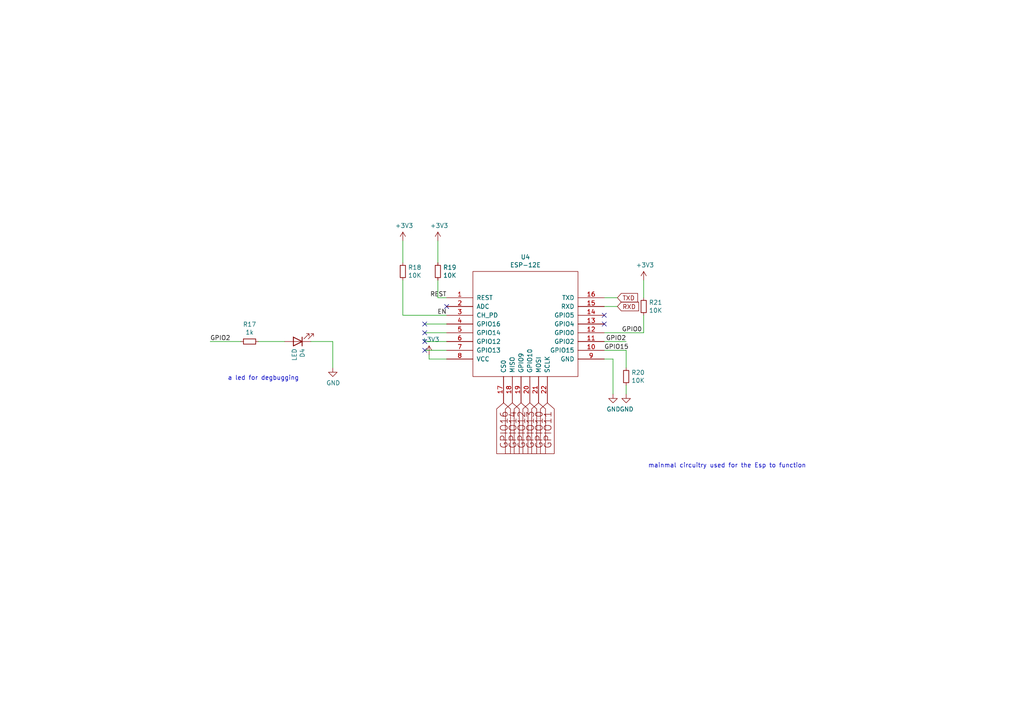
<source format=kicad_sch>
(kicad_sch (version 20211123) (generator eeschema)

  (uuid e656e412-e070-4bae-8d44-fd574b3675ba)

  (paper "A4")

  (title_block
    (title "MAINcontroller ")
  )

  (lib_symbols
    (symbol "Device:LED" (pin_numbers hide) (pin_names (offset 1.016) hide) (in_bom yes) (on_board yes)
      (property "Reference" "D" (id 0) (at 0 2.54 0)
        (effects (font (size 1.27 1.27)))
      )
      (property "Value" "LED" (id 1) (at 0 -2.54 0)
        (effects (font (size 1.27 1.27)))
      )
      (property "Footprint" "" (id 2) (at 0 0 0)
        (effects (font (size 1.27 1.27)) hide)
      )
      (property "Datasheet" "~" (id 3) (at 0 0 0)
        (effects (font (size 1.27 1.27)) hide)
      )
      (property "ki_keywords" "LED diode" (id 4) (at 0 0 0)
        (effects (font (size 1.27 1.27)) hide)
      )
      (property "ki_description" "Light emitting diode" (id 5) (at 0 0 0)
        (effects (font (size 1.27 1.27)) hide)
      )
      (property "ki_fp_filters" "LED* LED_SMD:* LED_THT:*" (id 6) (at 0 0 0)
        (effects (font (size 1.27 1.27)) hide)
      )
      (symbol "LED_0_1"
        (polyline
          (pts
            (xy -1.27 -1.27)
            (xy -1.27 1.27)
          )
          (stroke (width 0.254) (type default) (color 0 0 0 0))
          (fill (type none))
        )
        (polyline
          (pts
            (xy -1.27 0)
            (xy 1.27 0)
          )
          (stroke (width 0) (type default) (color 0 0 0 0))
          (fill (type none))
        )
        (polyline
          (pts
            (xy 1.27 -1.27)
            (xy 1.27 1.27)
            (xy -1.27 0)
            (xy 1.27 -1.27)
          )
          (stroke (width 0.254) (type default) (color 0 0 0 0))
          (fill (type none))
        )
        (polyline
          (pts
            (xy -3.048 -0.762)
            (xy -4.572 -2.286)
            (xy -3.81 -2.286)
            (xy -4.572 -2.286)
            (xy -4.572 -1.524)
          )
          (stroke (width 0) (type default) (color 0 0 0 0))
          (fill (type none))
        )
        (polyline
          (pts
            (xy -1.778 -0.762)
            (xy -3.302 -2.286)
            (xy -2.54 -2.286)
            (xy -3.302 -2.286)
            (xy -3.302 -1.524)
          )
          (stroke (width 0) (type default) (color 0 0 0 0))
          (fill (type none))
        )
      )
      (symbol "LED_1_1"
        (pin passive line (at -3.81 0 0) (length 2.54)
          (name "K" (effects (font (size 1.27 1.27))))
          (number "1" (effects (font (size 1.27 1.27))))
        )
        (pin passive line (at 3.81 0 180) (length 2.54)
          (name "A" (effects (font (size 1.27 1.27))))
          (number "2" (effects (font (size 1.27 1.27))))
        )
      )
    )
    (symbol "Device:R_Small" (pin_numbers hide) (pin_names (offset 0.254) hide) (in_bom yes) (on_board yes)
      (property "Reference" "R" (id 0) (at 0.762 0.508 0)
        (effects (font (size 1.27 1.27)) (justify left))
      )
      (property "Value" "R_Small" (id 1) (at 0.762 -1.016 0)
        (effects (font (size 1.27 1.27)) (justify left))
      )
      (property "Footprint" "" (id 2) (at 0 0 0)
        (effects (font (size 1.27 1.27)) hide)
      )
      (property "Datasheet" "~" (id 3) (at 0 0 0)
        (effects (font (size 1.27 1.27)) hide)
      )
      (property "ki_keywords" "R resistor" (id 4) (at 0 0 0)
        (effects (font (size 1.27 1.27)) hide)
      )
      (property "ki_description" "Resistor, small symbol" (id 5) (at 0 0 0)
        (effects (font (size 1.27 1.27)) hide)
      )
      (property "ki_fp_filters" "R_*" (id 6) (at 0 0 0)
        (effects (font (size 1.27 1.27)) hide)
      )
      (symbol "R_Small_0_1"
        (rectangle (start -0.762 1.778) (end 0.762 -1.778)
          (stroke (width 0.2032) (type default) (color 0 0 0 0))
          (fill (type none))
        )
      )
      (symbol "R_Small_1_1"
        (pin passive line (at 0 2.54 270) (length 0.762)
          (name "~" (effects (font (size 1.27 1.27))))
          (number "1" (effects (font (size 1.27 1.27))))
        )
        (pin passive line (at 0 -2.54 90) (length 0.762)
          (name "~" (effects (font (size 1.27 1.27))))
          (number "2" (effects (font (size 1.27 1.27))))
        )
      )
    )
    (symbol "iot-master-rescue:+3.3V-power" (power) (pin_names (offset 0)) (in_bom yes) (on_board yes)
      (property "Reference" "#PWR" (id 0) (at 0 -3.81 0)
        (effects (font (size 1.27 1.27)) hide)
      )
      (property "Value" "+3.3V-power" (id 1) (at 0 3.556 0)
        (effects (font (size 1.27 1.27)))
      )
      (property "Footprint" "" (id 2) (at 0 0 0)
        (effects (font (size 1.27 1.27)) hide)
      )
      (property "Datasheet" "" (id 3) (at 0 0 0)
        (effects (font (size 1.27 1.27)) hide)
      )
      (symbol "+3.3V-power_0_1"
        (polyline
          (pts
            (xy -0.762 1.27)
            (xy 0 2.54)
          )
          (stroke (width 0) (type default) (color 0 0 0 0))
          (fill (type none))
        )
        (polyline
          (pts
            (xy 0 0)
            (xy 0 2.54)
          )
          (stroke (width 0) (type default) (color 0 0 0 0))
          (fill (type none))
        )
        (polyline
          (pts
            (xy 0 2.54)
            (xy 0.762 1.27)
          )
          (stroke (width 0) (type default) (color 0 0 0 0))
          (fill (type none))
        )
      )
      (symbol "+3.3V-power_1_1"
        (pin power_in line (at 0 0 90) (length 0) hide
          (name "+3V3" (effects (font (size 1.27 1.27))))
          (number "1" (effects (font (size 1.27 1.27))))
        )
      )
    )
    (symbol "iot-master-rescue:ESP-12E-ESP8266" (pin_names (offset 1.016)) (in_bom yes) (on_board yes)
      (property "Reference" "U" (id 0) (at 0 -2.54 0)
        (effects (font (size 1.27 1.27)))
      )
      (property "Value" "ESP-12E-ESP8266" (id 1) (at 0 2.54 0)
        (effects (font (size 1.27 1.27)))
      )
      (property "Footprint" "" (id 2) (at 0 0 0)
        (effects (font (size 1.27 1.27)) hide)
      )
      (property "Datasheet" "" (id 3) (at 0 0 0)
        (effects (font (size 1.27 1.27)) hide)
      )
      (property "ki_fp_filters" "ESP-12E ESP-12E_SMD" (id 4) (at 0 0 0)
        (effects (font (size 1.27 1.27)) hide)
      )
      (symbol "ESP-12E-ESP8266_1_0"
        (rectangle (start -15.24 -15.24) (end 15.24 15.24)
          (stroke (width 0) (type default) (color 0 0 0 0))
          (fill (type none))
        )
      )
      (symbol "ESP-12E-ESP8266_1_1"
        (pin input line (at -22.86 7.62 0) (length 7.62)
          (name "REST" (effects (font (size 1.27 1.27))))
          (number "1" (effects (font (size 1.27 1.27))))
        )
        (pin bidirectional line (at 22.86 -7.62 180) (length 7.62)
          (name "GPIO15" (effects (font (size 1.27 1.27))))
          (number "10" (effects (font (size 1.27 1.27))))
        )
        (pin bidirectional line (at 22.86 -5.08 180) (length 7.62)
          (name "GPIO2" (effects (font (size 1.27 1.27))))
          (number "11" (effects (font (size 1.27 1.27))))
        )
        (pin bidirectional line (at 22.86 -2.54 180) (length 7.62)
          (name "GPIO0" (effects (font (size 1.27 1.27))))
          (number "12" (effects (font (size 1.27 1.27))))
        )
        (pin bidirectional line (at 22.86 0 180) (length 7.62)
          (name "GPIO4" (effects (font (size 1.27 1.27))))
          (number "13" (effects (font (size 1.27 1.27))))
        )
        (pin bidirectional line (at 22.86 2.54 180) (length 7.62)
          (name "GPIO5" (effects (font (size 1.27 1.27))))
          (number "14" (effects (font (size 1.27 1.27))))
        )
        (pin input line (at 22.86 5.08 180) (length 7.62)
          (name "RXD" (effects (font (size 1.27 1.27))))
          (number "15" (effects (font (size 1.27 1.27))))
        )
        (pin output line (at 22.86 7.62 180) (length 7.62)
          (name "TXD" (effects (font (size 1.27 1.27))))
          (number "16" (effects (font (size 1.27 1.27))))
        )
        (pin bidirectional line (at -6.35 -22.86 90) (length 7.62)
          (name "CS0" (effects (font (size 1.27 1.27))))
          (number "17" (effects (font (size 1.27 1.27))))
        )
        (pin bidirectional line (at -3.81 -22.86 90) (length 7.62)
          (name "MISO" (effects (font (size 1.27 1.27))))
          (number "18" (effects (font (size 1.27 1.27))))
        )
        (pin bidirectional line (at -1.27 -22.86 90) (length 7.62)
          (name "GPIO9" (effects (font (size 1.27 1.27))))
          (number "19" (effects (font (size 1.27 1.27))))
        )
        (pin passive line (at -22.86 5.08 0) (length 7.62)
          (name "ADC" (effects (font (size 1.27 1.27))))
          (number "2" (effects (font (size 1.27 1.27))))
        )
        (pin bidirectional line (at 1.27 -22.86 90) (length 7.62)
          (name "GPIO10" (effects (font (size 1.27 1.27))))
          (number "20" (effects (font (size 1.27 1.27))))
        )
        (pin bidirectional line (at 3.81 -22.86 90) (length 7.62)
          (name "MOSI" (effects (font (size 1.27 1.27))))
          (number "21" (effects (font (size 1.27 1.27))))
        )
        (pin bidirectional line (at 6.35 -22.86 90) (length 7.62)
          (name "SCLK" (effects (font (size 1.27 1.27))))
          (number "22" (effects (font (size 1.27 1.27))))
        )
        (pin input line (at -22.86 2.54 0) (length 7.62)
          (name "CH_PD" (effects (font (size 1.27 1.27))))
          (number "3" (effects (font (size 1.27 1.27))))
        )
        (pin bidirectional line (at -22.86 0 0) (length 7.62)
          (name "GPIO16" (effects (font (size 1.27 1.27))))
          (number "4" (effects (font (size 1.27 1.27))))
        )
        (pin bidirectional line (at -22.86 -2.54 0) (length 7.62)
          (name "GPIO14" (effects (font (size 1.27 1.27))))
          (number "5" (effects (font (size 1.27 1.27))))
        )
        (pin bidirectional line (at -22.86 -5.08 0) (length 7.62)
          (name "GPIO12" (effects (font (size 1.27 1.27))))
          (number "6" (effects (font (size 1.27 1.27))))
        )
        (pin bidirectional line (at -22.86 -7.62 0) (length 7.62)
          (name "GPIO13" (effects (font (size 1.27 1.27))))
          (number "7" (effects (font (size 1.27 1.27))))
        )
        (pin power_in line (at -22.86 -10.16 0) (length 7.62)
          (name "VCC" (effects (font (size 1.27 1.27))))
          (number "8" (effects (font (size 1.27 1.27))))
        )
        (pin power_in line (at 22.86 -10.16 180) (length 7.62)
          (name "GND" (effects (font (size 1.27 1.27))))
          (number "9" (effects (font (size 1.27 1.27))))
        )
      )
    )
    (symbol "power:GND" (power) (pin_names (offset 0)) (in_bom yes) (on_board yes)
      (property "Reference" "#PWR" (id 0) (at 0 -6.35 0)
        (effects (font (size 1.27 1.27)) hide)
      )
      (property "Value" "GND" (id 1) (at 0 -3.81 0)
        (effects (font (size 1.27 1.27)))
      )
      (property "Footprint" "" (id 2) (at 0 0 0)
        (effects (font (size 1.27 1.27)) hide)
      )
      (property "Datasheet" "" (id 3) (at 0 0 0)
        (effects (font (size 1.27 1.27)) hide)
      )
      (property "ki_keywords" "power-flag" (id 4) (at 0 0 0)
        (effects (font (size 1.27 1.27)) hide)
      )
      (property "ki_description" "Power symbol creates a global label with name \"GND\" , ground" (id 5) (at 0 0 0)
        (effects (font (size 1.27 1.27)) hide)
      )
      (symbol "GND_0_1"
        (polyline
          (pts
            (xy 0 0)
            (xy 0 -1.27)
            (xy 1.27 -1.27)
            (xy 0 -2.54)
            (xy -1.27 -1.27)
            (xy 0 -1.27)
          )
          (stroke (width 0) (type default) (color 0 0 0 0))
          (fill (type none))
        )
      )
      (symbol "GND_1_1"
        (pin power_in line (at 0 0 270) (length 0) hide
          (name "GND" (effects (font (size 1.27 1.27))))
          (number "1" (effects (font (size 1.27 1.27))))
        )
      )
    )
  )


  (no_connect (at 175.26 91.44) (uuid cd920100-1f59-44e6-8cba-4f7a9b43ccdc))
  (no_connect (at 175.26 93.98) (uuid cd920100-1f59-44e6-8cba-4f7a9b43ccdd))
  (no_connect (at 123.19 99.06) (uuid cd920100-1f59-44e6-8cba-4f7a9b43ccde))
  (no_connect (at 123.19 101.6) (uuid cd920100-1f59-44e6-8cba-4f7a9b43ccdf))
  (no_connect (at 123.19 93.98) (uuid cd920100-1f59-44e6-8cba-4f7a9b43cce0))
  (no_connect (at 123.19 96.52) (uuid cd920100-1f59-44e6-8cba-4f7a9b43cce1))
  (no_connect (at 129.54 88.9) (uuid d02c32aa-fa8f-4bf4-b4dc-79cddd39b886))

  (wire (pts (xy 186.69 96.52) (xy 186.69 91.44))
    (stroke (width 0) (type default) (color 0 0 0 0))
    (uuid 0f074bab-21bc-43da-83fb-991bbf6961dc)
  )
  (wire (pts (xy 175.26 88.9) (xy 179.07 88.9))
    (stroke (width 0) (type default) (color 0 0 0 0))
    (uuid 1b70905f-4460-4511-939d-c1238144b471)
  )
  (wire (pts (xy 60.96 99.06) (xy 69.85 99.06))
    (stroke (width 0) (type default) (color 0 0 0 0))
    (uuid 20e107b2-2fba-468a-968d-f147980bb65b)
  )
  (wire (pts (xy 127 69.85) (xy 127 76.2))
    (stroke (width 0) (type default) (color 0 0 0 0))
    (uuid 22d06e7f-de75-4071-9b2c-8129b9603626)
  )
  (wire (pts (xy 181.61 111.76) (xy 181.61 114.3))
    (stroke (width 0) (type default) (color 0 0 0 0))
    (uuid 255d46a8-610c-486b-ac6b-f30d13b834b9)
  )
  (wire (pts (xy 181.61 101.6) (xy 181.61 106.68))
    (stroke (width 0) (type default) (color 0 0 0 0))
    (uuid 2b618643-1954-4e1f-9d52-255ba92b6062)
  )
  (wire (pts (xy 177.8 104.14) (xy 177.8 114.3))
    (stroke (width 0) (type default) (color 0 0 0 0))
    (uuid 2df1abaf-2764-455e-859e-83296fe56a74)
  )
  (wire (pts (xy 129.54 99.06) (xy 123.19 99.06))
    (stroke (width 0) (type default) (color 0 0 0 0))
    (uuid 3e8ec703-4702-4e73-a5cb-51952618f39c)
  )
  (wire (pts (xy 96.52 99.06) (xy 96.52 106.68))
    (stroke (width 0) (type default) (color 0 0 0 0))
    (uuid 48d47be6-a76b-4b7b-a16b-fdaf3eb69508)
  )
  (wire (pts (xy 116.84 76.2) (xy 116.84 69.85))
    (stroke (width 0) (type default) (color 0 0 0 0))
    (uuid 560c31c5-0dff-4e62-bdac-0c4b87deb85d)
  )
  (wire (pts (xy 175.26 99.06) (xy 181.61 99.06))
    (stroke (width 0) (type default) (color 0 0 0 0))
    (uuid 5c18db10-c1de-4d49-a64c-28e6870b4ace)
  )
  (wire (pts (xy 123.19 101.6) (xy 129.54 101.6))
    (stroke (width 0) (type default) (color 0 0 0 0))
    (uuid 632f24f3-6ba2-455f-9337-6c03dd3c9fcb)
  )
  (wire (pts (xy 74.93 99.06) (xy 82.55 99.06))
    (stroke (width 0) (type default) (color 0 0 0 0))
    (uuid 66e6bbfa-a924-4d11-a6ed-88b32ac57744)
  )
  (wire (pts (xy 175.26 96.52) (xy 186.69 96.52))
    (stroke (width 0) (type default) (color 0 0 0 0))
    (uuid 7c6456ab-d357-49be-89fb-e3d9f7b17407)
  )
  (wire (pts (xy 124.46 104.14) (xy 124.46 102.87))
    (stroke (width 0) (type default) (color 0 0 0 0))
    (uuid 82c67206-0542-471f-ad5d-57588147ac53)
  )
  (wire (pts (xy 129.54 91.44) (xy 116.84 91.44))
    (stroke (width 0) (type default) (color 0 0 0 0))
    (uuid 844172ee-f24f-49ae-a29d-8604e609ce96)
  )
  (wire (pts (xy 186.69 86.36) (xy 186.69 81.28))
    (stroke (width 0) (type default) (color 0 0 0 0))
    (uuid 913d2014-ec93-4f4e-8973-c4ddd3ff96db)
  )
  (wire (pts (xy 90.17 99.06) (xy 96.52 99.06))
    (stroke (width 0) (type default) (color 0 0 0 0))
    (uuid 99d91f80-5100-48d4-8807-b4ee0327dfb0)
  )
  (wire (pts (xy 175.26 104.14) (xy 177.8 104.14))
    (stroke (width 0) (type default) (color 0 0 0 0))
    (uuid ab616b05-7fb4-4645-b6de-bc718756305d)
  )
  (wire (pts (xy 175.26 86.36) (xy 179.07 86.36))
    (stroke (width 0) (type default) (color 0 0 0 0))
    (uuid ba413514-f86c-44a6-a8d8-7fa3c51e50ed)
  )
  (wire (pts (xy 129.54 86.36) (xy 127 86.36))
    (stroke (width 0) (type default) (color 0 0 0 0))
    (uuid bd993a3a-13bd-4b63-9fdd-aac63de23e5c)
  )
  (wire (pts (xy 129.54 96.52) (xy 123.19 96.52))
    (stroke (width 0) (type default) (color 0 0 0 0))
    (uuid bec9ddf1-e5a3-411e-bc99-dcf664059b29)
  )
  (wire (pts (xy 129.54 93.98) (xy 123.19 93.98))
    (stroke (width 0) (type default) (color 0 0 0 0))
    (uuid c7cb8c41-a11b-4033-a737-283cbcff4a95)
  )
  (wire (pts (xy 129.54 104.14) (xy 124.46 104.14))
    (stroke (width 0) (type default) (color 0 0 0 0))
    (uuid ca5e403c-eef6-49b5-92d8-dedf1f5efe4c)
  )
  (wire (pts (xy 127 86.36) (xy 127 81.28))
    (stroke (width 0) (type default) (color 0 0 0 0))
    (uuid e3bacd83-a0c0-4fed-8c4f-d67f54166707)
  )
  (wire (pts (xy 175.26 101.6) (xy 181.61 101.6))
    (stroke (width 0) (type default) (color 0 0 0 0))
    (uuid e7f890d8-0235-45dd-a23a-67e83785569a)
  )
  (wire (pts (xy 116.84 91.44) (xy 116.84 81.28))
    (stroke (width 0) (type default) (color 0 0 0 0))
    (uuid fcc59c52-1cfe-47fd-a316-94bffce8e85b)
  )

  (text "a led for degbugging" (at 66.04 110.49 0)
    (effects (font (size 1.27 1.27)) (justify left bottom))
    (uuid 2bccb0bd-7580-48e1-ad26-da9a4900a511)
  )
  (text "mainmal circuitry used for the Esp to function\n" (at 187.96 135.89 0)
    (effects (font (size 1.27 1.27)) (justify left bottom))
    (uuid 6be6269a-1849-472a-bf19-e65792cc3d22)
  )

  (label "GPIO2" (at 60.96 99.06 0)
    (effects (font (size 1.27 1.27)) (justify left bottom))
    (uuid 31848ce8-c942-41d7-b975-6fe5835f991c)
  )
  (label "GPIO0" (at 180.34 96.52 0)
    (effects (font (size 1.27 1.27)) (justify left bottom))
    (uuid 4faf36bd-afb9-46ba-b810-60d0611614cf)
  )
  (label "GPIO15" (at 175.26 101.6 0)
    (effects (font (size 1.27 1.27)) (justify left bottom))
    (uuid 69b35fc4-24c6-4e8b-9416-f9e4d6ffe959)
  )
  (label "REST" (at 129.54 86.36 180)
    (effects (font (size 1.27 1.27)) (justify right bottom))
    (uuid 82fb4a88-6e88-452a-a25f-1495a3f61728)
  )
  (label "EN" (at 129.54 91.44 180)
    (effects (font (size 1.27 1.27)) (justify right bottom))
    (uuid 950b5fb2-f063-4edd-b76d-b15cd4819097)
  )
  (label "GPIO2" (at 181.61 99.06 180)
    (effects (font (size 1.27 1.27)) (justify right bottom))
    (uuid e88b78e8-a294-4be3-b51d-0c0c52e4b2eb)
  )

  (global_label "GPIO14" (shape input) (at 148.59 116.84 270) (fields_autoplaced)
    (effects (font (size 2.0066 2.0066)) (justify right))
    (uuid 044bd698-1a98-4809-9166-afeac9d997a9)
    (property "Intersheet References" "${INTERSHEET_REFS}" (id 0) (at 0 0 0)
      (effects (font (size 1.27 1.27)) hide)
    )
  )
  (global_label "GPIO12" (shape input) (at 151.13 116.84 270) (fields_autoplaced)
    (effects (font (size 2.0066 2.0066)) (justify right))
    (uuid 15c7117a-b493-4295-bfeb-3fd9464cd5d8)
    (property "Intersheet References" "${INTERSHEET_REFS}" (id 0) (at 0 0 0)
      (effects (font (size 1.27 1.27)) hide)
    )
  )
  (global_label "GPIO10" (shape input) (at 156.21 116.84 270) (fields_autoplaced)
    (effects (font (size 2.0066 2.0066)) (justify right))
    (uuid 5b7e1b09-8e9f-4516-a247-b344c31adea3)
    (property "Intersheet References" "${INTERSHEET_REFS}" (id 0) (at 0 0 0)
      (effects (font (size 1.27 1.27)) hide)
    )
  )
  (global_label "GPIO13" (shape input) (at 153.67 116.84 270) (fields_autoplaced)
    (effects (font (size 2.0066 2.0066)) (justify right))
    (uuid 67025c7c-2a60-477f-b94b-5cc7fece0ce4)
    (property "Intersheet References" "${INTERSHEET_REFS}" (id 0) (at 0 0 0)
      (effects (font (size 1.27 1.27)) hide)
    )
  )
  (global_label "TXD" (shape input) (at 179.07 86.36 0) (fields_autoplaced)
    (effects (font (size 1.27 1.27)) (justify left))
    (uuid 90c8c5f4-f7a2-43a5-b08e-946c04c3ebd6)
    (property "Intersheet References" "${INTERSHEET_REFS}" (id 0) (at 0 0 0)
      (effects (font (size 1.27 1.27)) hide)
    )
  )
  (global_label "GPIO11" (shape input) (at 158.75 116.84 270) (fields_autoplaced)
    (effects (font (size 2.0066 2.0066)) (justify right))
    (uuid b43c6f1b-d6ac-4632-ac29-d30a8b233f33)
    (property "Intersheet References" "${INTERSHEET_REFS}" (id 0) (at 0 0 0)
      (effects (font (size 1.27 1.27)) hide)
    )
  )
  (global_label "GPIO16" (shape input) (at 146.05 116.84 270) (fields_autoplaced)
    (effects (font (size 2.0066 2.0066)) (justify right))
    (uuid b6dd5f81-526f-418a-a3f3-171d1f210523)
    (property "Intersheet References" "${INTERSHEET_REFS}" (id 0) (at 0 0 0)
      (effects (font (size 1.27 1.27)) hide)
    )
  )
  (global_label "RXD" (shape input) (at 179.07 88.9 0) (fields_autoplaced)
    (effects (font (size 1.27 1.27)) (justify left))
    (uuid d4c56009-7463-49df-8d99-3997009c1268)
    (property "Intersheet References" "${INTERSHEET_REFS}" (id 0) (at 0 0 0)
      (effects (font (size 1.27 1.27)) hide)
    )
  )

  (symbol (lib_id "iot-master-rescue:+3.3V-power") (at 124.46 102.87 0) (unit 1)
    (in_bom yes) (on_board yes)
    (uuid 00000000-0000-0000-0000-000062e91acb)
    (property "Reference" "#PWR0130" (id 0) (at 124.46 106.68 0)
      (effects (font (size 1.27 1.27)) hide)
    )
    (property "Value" "+3.3V" (id 1) (at 124.841 98.4758 0))
    (property "Footprint" "" (id 2) (at 124.46 102.87 0)
      (effects (font (size 1.27 1.27)) hide)
    )
    (property "Datasheet" "" (id 3) (at 124.46 102.87 0)
      (effects (font (size 1.27 1.27)) hide)
    )
    (pin "1" (uuid 1a2f04b7-842c-4019-88a3-428a0b2eddec))
  )

  (symbol (lib_id "power:GND") (at 177.8 114.3 0) (unit 1)
    (in_bom yes) (on_board yes)
    (uuid 00000000-0000-0000-0000-000062f1eb8a)
    (property "Reference" "#PWR0128" (id 0) (at 177.8 120.65 0)
      (effects (font (size 1.27 1.27)) hide)
    )
    (property "Value" "GND" (id 1) (at 177.927 118.6942 0))
    (property "Footprint" "" (id 2) (at 177.8 114.3 0)
      (effects (font (size 1.27 1.27)) hide)
    )
    (property "Datasheet" "" (id 3) (at 177.8 114.3 0)
      (effects (font (size 1.27 1.27)) hide)
    )
    (pin "1" (uuid a36bc156-5b32-46cb-80ea-3bd7e1bbf91b))
  )

  (symbol (lib_id "iot-master-rescue:ESP-12E-ESP8266") (at 152.4 93.98 0) (unit 1)
    (in_bom yes) (on_board yes)
    (uuid 00000000-0000-0000-0000-000062f1eb90)
    (property "Reference" "U4" (id 0) (at 152.4 74.549 0))
    (property "Value" "ESP-12E" (id 1) (at 152.4 76.8604 0))
    (property "Footprint" "ESP8266:ESP-12E" (id 2) (at 152.4 93.98 0)
      (effects (font (size 1.27 1.27)) hide)
    )
    (property "Datasheet" "http://l0l.org.uk/2014/12/esp8266-modules-hardware-guide-gotta-catch-em-all/" (id 3) (at 152.4 93.98 0)
      (effects (font (size 1.27 1.27)) hide)
    )
    (pin "1" (uuid 205a0688-3523-4bc5-95ae-33fd1262343c))
    (pin "10" (uuid cc95ebd0-f266-473a-86ed-4678054adb04))
    (pin "11" (uuid e4db1abf-b405-4160-b904-f8431fab5544))
    (pin "12" (uuid da983693-beaf-4b01-9022-85019f0bc858))
    (pin "13" (uuid 4e802236-e09f-41ec-a181-099adf3a7275))
    (pin "14" (uuid 6dc06ceb-24e2-409b-9f12-1ea741e3e5ec))
    (pin "15" (uuid 8c782502-031e-468b-b2fa-1066c82b72c1))
    (pin "16" (uuid b325885a-0ae2-45fe-bbd2-1b991ea79edf))
    (pin "17" (uuid 0f3399a7-555e-4c5e-8835-e7293a6e5c77))
    (pin "18" (uuid b65d1fe0-4817-4388-a735-1828f32dc9bc))
    (pin "19" (uuid f049ae29-985f-4b76-b397-4ed67992e185))
    (pin "2" (uuid d5cf7d93-d7b0-454d-847c-2ee4e56588ed))
    (pin "20" (uuid 35215a7e-4a6a-46f3-af55-e3de7b839603))
    (pin "21" (uuid 937f8644-0315-4a34-bb0b-c90de7eb1a5e))
    (pin "22" (uuid 56be25a1-c2a3-4327-8ee9-585c3cd08e78))
    (pin "3" (uuid 1093bea5-2b3f-49ea-b1de-a9db4c023990))
    (pin "4" (uuid 4860d1d3-2895-4aaf-b02c-1a219772fdeb))
    (pin "5" (uuid a2cff5ba-df38-45ec-82f7-56c7b1ac4195))
    (pin "6" (uuid 6062425a-cb30-4a63-be9a-c73bc7385ba7))
    (pin "7" (uuid 3dc83fdf-4e23-4ae1-9b87-7cd37330c549))
    (pin "8" (uuid caf8ec8f-79df-4398-a27b-8b41e2d53327))
    (pin "9" (uuid 0b59f62d-9bde-4498-8605-88d1778326ea))
  )

  (symbol (lib_id "Device:R_Small") (at 127 78.74 0) (unit 1)
    (in_bom yes) (on_board yes)
    (uuid 00000000-0000-0000-0000-000062f1eb98)
    (property "Reference" "R19" (id 0) (at 128.4986 77.5716 0)
      (effects (font (size 1.27 1.27)) (justify left))
    )
    (property "Value" "10K" (id 1) (at 128.4986 79.883 0)
      (effects (font (size 1.27 1.27)) (justify left))
    )
    (property "Footprint" "Resistor_SMD:R_0805_2012Metric_Pad1.15x1.40mm_HandSolder" (id 2) (at 127 78.74 0)
      (effects (font (size 1.27 1.27)) hide)
    )
    (property "Datasheet" "~" (id 3) (at 127 78.74 0)
      (effects (font (size 1.27 1.27)) hide)
    )
    (pin "1" (uuid 150f3a19-30ca-4df6-a631-1d4119effa03))
    (pin "2" (uuid f0889d94-2e39-43de-9b79-ed7e2a0cc424))
  )

  (symbol (lib_id "Device:R_Small") (at 116.84 78.74 0) (unit 1)
    (in_bom yes) (on_board yes)
    (uuid 00000000-0000-0000-0000-000062f1eb9e)
    (property "Reference" "R18" (id 0) (at 118.3386 77.5716 0)
      (effects (font (size 1.27 1.27)) (justify left))
    )
    (property "Value" "10K" (id 1) (at 118.3386 79.883 0)
      (effects (font (size 1.27 1.27)) (justify left))
    )
    (property "Footprint" "Resistor_SMD:R_0805_2012Metric_Pad1.15x1.40mm_HandSolder" (id 2) (at 116.84 78.74 0)
      (effects (font (size 1.27 1.27)) hide)
    )
    (property "Datasheet" "~" (id 3) (at 116.84 78.74 0)
      (effects (font (size 1.27 1.27)) hide)
    )
    (pin "1" (uuid c5358dbe-6247-4374-972d-50572a27ff8c))
    (pin "2" (uuid 8e360fc2-c07f-414b-9223-ffd6d24877f2))
  )

  (symbol (lib_id "Device:R_Small") (at 181.61 109.22 0) (unit 1)
    (in_bom yes) (on_board yes)
    (uuid 00000000-0000-0000-0000-000062f1ebaa)
    (property "Reference" "R20" (id 0) (at 183.1086 108.0516 0)
      (effects (font (size 1.27 1.27)) (justify left))
    )
    (property "Value" "10K" (id 1) (at 183.1086 110.363 0)
      (effects (font (size 1.27 1.27)) (justify left))
    )
    (property "Footprint" "Resistor_SMD:R_0805_2012Metric_Pad1.15x1.40mm_HandSolder" (id 2) (at 181.61 109.22 0)
      (effects (font (size 1.27 1.27)) hide)
    )
    (property "Datasheet" "~" (id 3) (at 181.61 109.22 0)
      (effects (font (size 1.27 1.27)) hide)
    )
    (pin "1" (uuid 6537b29c-4640-4e30-b99a-f1e2c71383e3))
    (pin "2" (uuid 2d6ff504-dcc9-403f-9746-5305fcb97af4))
  )

  (symbol (lib_id "Device:R_Small") (at 186.69 88.9 0) (unit 1)
    (in_bom yes) (on_board yes)
    (uuid 00000000-0000-0000-0000-000062f1ebb0)
    (property "Reference" "R21" (id 0) (at 188.1886 87.7316 0)
      (effects (font (size 1.27 1.27)) (justify left))
    )
    (property "Value" "10K" (id 1) (at 188.1886 90.043 0)
      (effects (font (size 1.27 1.27)) (justify left))
    )
    (property "Footprint" "Resistor_SMD:R_0805_2012Metric_Pad1.15x1.40mm_HandSolder" (id 2) (at 186.69 88.9 0)
      (effects (font (size 1.27 1.27)) hide)
    )
    (property "Datasheet" "~" (id 3) (at 186.69 88.9 0)
      (effects (font (size 1.27 1.27)) hide)
    )
    (pin "1" (uuid 223c4f56-f928-44a3-b694-8f11c704a68c))
    (pin "2" (uuid 7e114db4-96fe-47d3-a4e8-76146df5cbe8))
  )

  (symbol (lib_id "power:GND") (at 181.61 114.3 0) (unit 1)
    (in_bom yes) (on_board yes)
    (uuid 00000000-0000-0000-0000-000062f1ebb8)
    (property "Reference" "#PWR0129" (id 0) (at 181.61 120.65 0)
      (effects (font (size 1.27 1.27)) hide)
    )
    (property "Value" "GND" (id 1) (at 181.737 118.6942 0))
    (property "Footprint" "" (id 2) (at 181.61 114.3 0)
      (effects (font (size 1.27 1.27)) hide)
    )
    (property "Datasheet" "" (id 3) (at 181.61 114.3 0)
      (effects (font (size 1.27 1.27)) hide)
    )
    (pin "1" (uuid 161cf09a-f79a-480c-a212-4a4658d65a7a))
  )

  (symbol (lib_id "Device:LED") (at 86.36 99.06 180) (unit 1)
    (in_bom yes) (on_board yes)
    (uuid 00000000-0000-0000-0000-000062f1ebd2)
    (property "Reference" "D4" (id 0) (at 87.7062 101.0412 90)
      (effects (font (size 1.27 1.27)) (justify left))
    )
    (property "Value" "LED" (id 1) (at 85.3948 101.0412 90)
      (effects (font (size 1.27 1.27)) (justify left))
    )
    (property "Footprint" "LED_SMD:LED_1206_3216Metric_Pad1.42x1.75mm_HandSolder" (id 2) (at 86.36 99.06 0)
      (effects (font (size 1.27 1.27)) hide)
    )
    (property "Datasheet" "~" (id 3) (at 86.36 99.06 0)
      (effects (font (size 1.27 1.27)) hide)
    )
    (pin "1" (uuid 5be0405e-7752-4ccb-a017-a9a3ab2d1f0e))
    (pin "2" (uuid 6396ceef-3620-42b5-8fad-c415a93ad4d3))
  )

  (symbol (lib_id "Device:R_Small") (at 72.39 99.06 270) (unit 1)
    (in_bom yes) (on_board yes)
    (uuid 00000000-0000-0000-0000-000062f1ebdb)
    (property "Reference" "R17" (id 0) (at 72.39 94.0816 90))
    (property "Value" "1k" (id 1) (at 72.39 96.393 90))
    (property "Footprint" "Resistor_SMD:R_0805_2012Metric_Pad1.15x1.40mm_HandSolder" (id 2) (at 72.39 99.06 0)
      (effects (font (size 1.27 1.27)) hide)
    )
    (property "Datasheet" "~" (id 3) (at 72.39 99.06 0)
      (effects (font (size 1.27 1.27)) hide)
    )
    (pin "1" (uuid 5c2b804b-fcc5-4c2a-9258-0509c90f51d4))
    (pin "2" (uuid 646f5687-737e-4de7-ac63-79e53ed5de43))
  )

  (symbol (lib_id "power:GND") (at 96.52 106.68 0) (unit 1)
    (in_bom yes) (on_board yes)
    (uuid 00000000-0000-0000-0000-000062f1ebe4)
    (property "Reference" "#PWR0131" (id 0) (at 96.52 113.03 0)
      (effects (font (size 1.27 1.27)) hide)
    )
    (property "Value" "GND" (id 1) (at 96.647 111.0742 0))
    (property "Footprint" "" (id 2) (at 96.52 106.68 0)
      (effects (font (size 1.27 1.27)) hide)
    )
    (property "Datasheet" "" (id 3) (at 96.52 106.68 0)
      (effects (font (size 1.27 1.27)) hide)
    )
    (pin "1" (uuid 949f30b3-f82b-437b-8f00-c9d519e90bdf))
  )

  (symbol (lib_id "iot-master-rescue:+3.3V-power") (at 186.69 81.28 0) (unit 1)
    (in_bom yes) (on_board yes)
    (uuid 00000000-0000-0000-0000-000062f1ebee)
    (property "Reference" "#PWR0132" (id 0) (at 186.69 85.09 0)
      (effects (font (size 1.27 1.27)) hide)
    )
    (property "Value" "+3.3V" (id 1) (at 187.071 76.8858 0))
    (property "Footprint" "" (id 2) (at 186.69 81.28 0)
      (effects (font (size 1.27 1.27)) hide)
    )
    (property "Datasheet" "" (id 3) (at 186.69 81.28 0)
      (effects (font (size 1.27 1.27)) hide)
    )
    (pin "1" (uuid e164081e-25c7-418b-b2c5-6c9fdb329702))
  )

  (symbol (lib_id "iot-master-rescue:+3.3V-power") (at 127 69.85 0) (unit 1)
    (in_bom yes) (on_board yes)
    (uuid 00000000-0000-0000-0000-000062f1ebf4)
    (property "Reference" "#PWR0133" (id 0) (at 127 73.66 0)
      (effects (font (size 1.27 1.27)) hide)
    )
    (property "Value" "+3.3V" (id 1) (at 127.381 65.4558 0))
    (property "Footprint" "" (id 2) (at 127 69.85 0)
      (effects (font (size 1.27 1.27)) hide)
    )
    (property "Datasheet" "" (id 3) (at 127 69.85 0)
      (effects (font (size 1.27 1.27)) hide)
    )
    (pin "1" (uuid 600e7f61-cf6a-44e7-bf81-0fc0caefdf3d))
  )

  (symbol (lib_id "iot-master-rescue:+3.3V-power") (at 116.84 69.85 0) (unit 1)
    (in_bom yes) (on_board yes)
    (uuid 00000000-0000-0000-0000-000062f1ebfa)
    (property "Reference" "#PWR0134" (id 0) (at 116.84 73.66 0)
      (effects (font (size 1.27 1.27)) hide)
    )
    (property "Value" "+3.3V" (id 1) (at 117.221 65.4558 0))
    (property "Footprint" "" (id 2) (at 116.84 69.85 0)
      (effects (font (size 1.27 1.27)) hide)
    )
    (property "Datasheet" "" (id 3) (at 116.84 69.85 0)
      (effects (font (size 1.27 1.27)) hide)
    )
    (pin "1" (uuid 71e1fd20-f0fe-419c-b72e-7b2b255546ab))
  )
)

</source>
